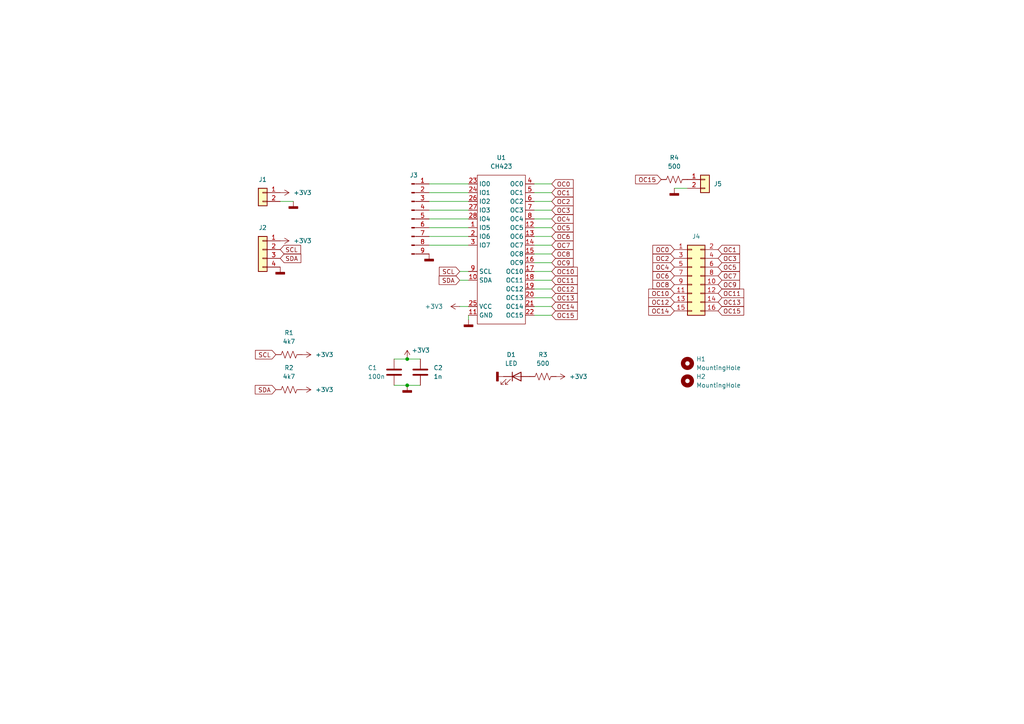
<source format=kicad_sch>
(kicad_sch (version 20211123) (generator eeschema)
  (paper "A4")
  (title_block (title "CH423_ev_board") (date "2022-01-18") (rev "1.0"))
  (lib_symbols
    (symbol "CH432_lib:CH423"
      (property "Reference" "U" (at 0 2.54 0))
      (property "Value" "CH423" (at 2.54 48.26 0))
      (symbol "CH423_0_1"
        (rectangle (start -5.08 46.99) (end 8.89 3.81))
      )
      (symbol "CH423_1_1"
        (pin bidirectional line (at -7.62 31.75 0) (length 2.54) (name "IO5") (number "1"))
        (pin bidirectional line (at -7.62 16.51 0) (length 2.54) (name "SDA") (number "10"))
        (pin power_in line (at -7.62 6.35 0) (length 2.54) (name "GND") (number "11"))
        (pin output line (at 11.43 31.75 180) (length 2.54) (name "OC5") (number "12"))
        (pin output line (at 11.43 29.21 180) (length 2.54) (name "OC6") (number "13"))
        (pin output line (at 11.43 26.67 180) (length 2.54) (name "OC7") (number "14"))
        (pin output line (at 11.43 24.13 180) (length 2.54) (name "OC8") (number "15"))
        (pin output line (at 11.43 21.59 180) (length 2.54) (name "OC9") (number "16"))
        (pin output line (at 11.43 19.05 180) (length 2.54) (name "OC10") (number "17"))
        (pin output line (at 11.43 16.51 180) (length 2.54) (name "OC11") (number "18"))
        (pin output line (at 11.43 13.97 180) (length 2.54) (name "OC12") (number "19"))
        (pin bidirectional line (at -7.62 29.21 0) (length 2.54) (name "IO6") (number "2"))
        (pin output line (at 11.43 11.43 180) (length 2.54) (name "OC13") (number "20"))
        (pin output line (at 11.43 8.89 180) (length 2.54) (name "OC14") (number "21"))
        (pin output line (at 11.43 6.35 180) (length 2.54) (name "OC15") (number "22"))
        (pin bidirectional line (at -7.62 44.45 0) (length 2.54) (name "IO0") (number "23"))
        (pin bidirectional line (at -7.62 41.91 0) (length 2.54) (name "IO1") (number "24"))
        (pin power_in line (at -7.62 8.89 0) (length 2.54) (name "VCC") (number "25"))
        (pin bidirectional line (at -7.62 39.37 0) (length 2.54) (name "IO2") (number "26"))
        (pin bidirectional line (at -7.62 36.83 0) (length 2.54) (name "IO3") (number "27"))
        (pin bidirectional line (at -7.62 34.29 0) (length 2.54) (name "IO4") (number "28"))
        (pin bidirectional line (at -7.62 26.67 0) (length 2.54) (name "IO7") (number "3"))
        (pin output line (at 11.43 44.45 180) (length 2.54) (name "OC0") (number "4"))
        (pin output line (at 11.43 41.91 180) (length 2.54) (name "OC1") (number "5"))
        (pin output line (at 11.43 39.37 180) (length 2.54) (name "OC2") (number "6"))
        (pin output line (at 11.43 36.83 180) (length 2.54) (name "OC3") (number "7"))
        (pin output line (at 11.43 34.29 180) (length 2.54) (name "OC4") (number "8"))
        (pin input line (at -7.62 19.05 0) (length 2.54) (name "SCL") (number "9"))
      )
    )
    (symbol "Connector:Conn_01x09_Male" (pin_names (offset 1.016) hide)
      (property "Reference" "J" (at 0 12.7 0))
      (property "Value" "Conn_01x09_Male" (at 0 -12.7 0))
      (symbol "Conn_01x09_Male_1_1"
        (polyline (pts (xy 1.27 -10.16) (xy 0.8636 -10.16)) (stroke (width 0.1524)))
        (polyline (pts (xy 1.27 -7.62) (xy 0.8636 -7.62)) (stroke (width 0.1524)))
        (polyline (pts (xy 1.27 -5.08) (xy 0.8636 -5.08)) (stroke (width 0.1524)))
        (polyline (pts (xy 1.27 -2.54) (xy 0.8636 -2.54)) (stroke (width 0.1524)))
        (polyline (pts (xy 1.27 0) (xy 0.8636 0)) (stroke (width 0.1524)))
        (polyline (pts (xy 1.27 2.54) (xy 0.8636 2.54)) (stroke (width 0.1524)))
        (polyline (pts (xy 1.27 5.08) (xy 0.8636 5.08)) (stroke (width 0.1524)))
        (polyline (pts (xy 1.27 7.62) (xy 0.8636 7.62)) (stroke (width 0.1524)))
        (polyline (pts (xy 1.27 10.16) (xy 0.8636 10.16)) (stroke (width 0.1524)))
        (rectangle (start 0.8636 -10.033) (end 0 -10.287) (stroke (width 0.1524)) (fill (type outline)))
        (rectangle (start 0.8636 -7.493) (end 0 -7.747) (stroke (width 0.1524)) (fill (type outline)))
        (rectangle (start 0.8636 -4.953) (end 0 -5.207) (stroke (width 0.1524)) (fill (type outline)))
        (rectangle (start 0.8636 -2.413) (end 0 -2.667) (stroke (width 0.1524)) (fill (type outline)))
        (rectangle (start 0.8636 0.127) (end 0 -0.127) (stroke (width 0.1524)) (fill (type outline)))
        (rectangle (start 0.8636 2.667) (end 0 2.413) (stroke (width 0.1524)) (fill (type outline)))
        (rectangle (start 0.8636 5.207) (end 0 4.953) (stroke (width 0.1524)) (fill (type outline)))
        (rectangle (start 0.8636 7.747) (end 0 7.493) (stroke (width 0.1524)) (fill (type outline)))
        (rectangle (start 0.8636 10.287) (end 0 10.033) (stroke (width 0.1524)) (fill (type outline)))
        (pin passive line (at 5.08 10.16 180) (length 3.81) (name "Pin_1") (number "1"))
        (pin passive line (at 5.08 7.62 180) (length 3.81) (name "Pin_2") (number "2"))
        (pin passive line (at 5.08 5.08 180) (length 3.81) (name "Pin_3") (number "3"))
        (pin passive line (at 5.08 2.54 180) (length 3.81) (name "Pin_4") (number "4"))
        (pin passive line (at 5.08 0 180) (length 3.81) (name "Pin_5") (number "5"))
        (pin passive line (at 5.08 -2.54 180) (length 3.81) (name "Pin_6") (number "6"))
        (pin passive line (at 5.08 -5.08 180) (length 3.81) (name "Pin_7") (number "7"))
        (pin passive line (at 5.08 -7.62 180) (length 3.81) (name "Pin_8") (number "8"))
        (pin passive line (at 5.08 -10.16 180) (length 3.81) (name "Pin_9") (number "9"))
      )
    )
    (symbol "Connector_Generic:Conn_01x02" (pin_names (offset 1.016) hide)
      (property "Reference" "J" (at 0 2.54 0))
      (property "Value" "Conn_01x02" (at 0 -5.08 0))
      (symbol "Conn_01x02_1_1"
        (rectangle (start -1.27 -2.413) (end 0 -2.667) (stroke (width 0.1524)))
        (rectangle (start -1.27 0.127) (end 0 -0.127) (stroke (width 0.1524)))
        (rectangle (start -1.27 1.27) (end 1.27 -3.81) (stroke (width 0.254)) (fill (type background)))
        (pin passive line (at -5.08 0 0) (length 3.81) (name "Pin_1") (number "1"))
        (pin passive line (at -5.08 -2.54 0) (length 3.81) (name "Pin_2") (number "2"))
      )
    )
    (symbol "Connector_Generic:Conn_01x04" (pin_names (offset 1.016) hide)
      (property "Reference" "J" (at 0 5.08 0))
      (property "Value" "Conn_01x04" (at 0 -7.62 0))
      (symbol "Conn_01x04_1_1"
        (rectangle (start -1.27 -4.953) (end 0 -5.207) (stroke (width 0.1524)))
        (rectangle (start -1.27 -2.413) (end 0 -2.667) (stroke (width 0.1524)))
        (rectangle (start -1.27 0.127) (end 0 -0.127) (stroke (width 0.1524)))
        (rectangle (start -1.27 2.667) (end 0 2.413) (stroke (width 0.1524)))
        (rectangle (start -1.27 3.81) (end 1.27 -6.35) (stroke (width 0.254)) (fill (type background)))
        (pin passive line (at -5.08 2.54 0) (length 3.81) (name "Pin_1") (number "1"))
        (pin passive line (at -5.08 0 0) (length 3.81) (name "Pin_2") (number "2"))
        (pin passive line (at -5.08 -2.54 0) (length 3.81) (name "Pin_3") (number "3"))
        (pin passive line (at -5.08 -5.08 0) (length 3.81) (name "Pin_4") (number "4"))
      )
    )
    (symbol "Connector_Generic:Conn_02x08_Odd_Even" (pin_names (offset 1.016) hide)
      (property "Reference" "J" (at 1.27 10.16 0))
      (property "Value" "Conn_02x08_Odd_Even" (at 1.27 -12.7 0))
      (symbol "Conn_02x08_Odd_Even_1_1"
        (rectangle (start -1.27 -10.033) (end 0 -10.287) (stroke (width 0.1524)))
        (rectangle (start -1.27 -7.493) (end 0 -7.747) (stroke (width 0.1524)))
        (rectangle (start -1.27 -4.953) (end 0 -5.207) (stroke (width 0.1524)))
        (rectangle (start -1.27 -2.413) (end 0 -2.667) (stroke (width 0.1524)))
        (rectangle (start -1.27 0.127) (end 0 -0.127) (stroke (width 0.1524)))
        (rectangle (start -1.27 2.667) (end 0 2.413) (stroke (width 0.1524)))
        (rectangle (start -1.27 5.207) (end 0 4.953) (stroke (width 0.1524)))
        (rectangle (start -1.27 7.747) (end 0 7.493) (stroke (width 0.1524)))
        (rectangle (start -1.27 8.89) (end 3.81 -11.43) (stroke (width 0.254)) (fill (type background)))
        (rectangle (start 3.81 -10.033) (end 2.54 -10.287) (stroke (width 0.1524)))
        (rectangle (start 3.81 -7.493) (end 2.54 -7.747) (stroke (width 0.1524)))
        (rectangle (start 3.81 -4.953) (end 2.54 -5.207) (stroke (width 0.1524)))
        (rectangle (start 3.81 -2.413) (end 2.54 -2.667) (stroke (width 0.1524)))
        (rectangle (start 3.81 0.127) (end 2.54 -0.127) (stroke (width 0.1524)))
        (rectangle (start 3.81 2.667) (end 2.54 2.413) (stroke (width 0.1524)))
        (rectangle (start 3.81 5.207) (end 2.54 4.953) (stroke (width 0.1524)))
        (rectangle (start 3.81 7.747) (end 2.54 7.493) (stroke (width 0.1524)))
        (pin passive line (at -5.08 7.62 0) (length 3.81) (name "Pin_1") (number "1"))
        (pin passive line (at 7.62 -2.54 180) (length 3.81) (name "Pin_10") (number "10"))
        (pin passive line (at -5.08 -5.08 0) (length 3.81) (name "Pin_11") (number "11"))
        (pin passive line (at 7.62 -5.08 180) (length 3.81) (name "Pin_12") (number "12"))
        (pin passive line (at -5.08 -7.62 0) (length 3.81) (name "Pin_13") (number "13"))
        (pin passive line (at 7.62 -7.62 180) (length 3.81) (name "Pin_14") (number "14"))
        (pin passive line (at -5.08 -10.16 0) (length 3.81) (name "Pin_15") (number "15"))
        (pin passive line (at 7.62 -10.16 180) (length 3.81) (name "Pin_16") (number "16"))
        (pin passive line (at 7.62 7.62 180) (length 3.81) (name "Pin_2") (number "2"))
        (pin passive line (at -5.08 5.08 0) (length 3.81) (name "Pin_3") (number "3"))
        (pin passive line (at 7.62 5.08 180) (length 3.81) (name "Pin_4") (number "4"))
        (pin passive line (at -5.08 2.54 0) (length 3.81) (name "Pin_5") (number "5"))
        (pin passive line (at 7.62 2.54 180) (length 3.81) (name "Pin_6") (number "6"))
        (pin passive line (at -5.08 0 0) (length 3.81) (name "Pin_7") (number "7"))
        (pin passive line (at 7.62 0 180) (length 3.81) (name "Pin_8") (number "8"))
        (pin passive line (at -5.08 -2.54 0) (length 3.81) (name "Pin_9") (number "9"))
      )
    )
    (symbol "Device:C" (pin_numbers hide) (pin_names (offset 0.254))
      (property "Reference" "C" (at 0.635 2.54 0))
      (property "Value" "C" (at 0.635 -2.54 0))
      (symbol "C_0_1"
        (polyline (pts (xy -2.032 -0.762) (xy 2.032 -0.762)) (stroke (width 0.508)))
        (polyline (pts (xy -2.032 0.762) (xy 2.032 0.762)) (stroke (width 0.508)))
      )
      (symbol "C_1_1"
        (pin passive line (at 0 3.81 270) (length 2.794) (name "~") (number "1"))
        (pin passive line (at 0 -3.81 90) (length 2.794) (name "~") (number "2"))
      )
    )
    (symbol "Device:LED" (pin_numbers hide) (pin_names (offset 1.016) hide)
      (property "Reference" "D" (at 0 2.54 0))
      (property "Value" "LED" (at 0 -2.54 0))
      (symbol "LED_0_1"
        (polyline (pts (xy -1.27 -1.27) (xy -1.27 1.27)) (stroke (width 0.254)))
        (polyline (pts (xy -1.27 0) (xy 1.27 0)))
        (polyline (pts (xy 1.27 -1.27) (xy 1.27 1.27) (xy -1.27 0) (xy 1.27 -1.27)) (stroke (width 0.254)))
        (polyline (pts (xy -3.048 -0.762) (xy -4.572 -2.286) (xy -3.81 -2.286) (xy -4.572 -2.286) (xy -4.572 -1.524)))
        (polyline (pts (xy -1.778 -0.762) (xy -3.302 -2.286) (xy -2.54 -2.286) (xy -3.302 -2.286) (xy -3.302 -1.524)))
      )
      (symbol "LED_1_1"
        (pin passive line (at -3.81 0 0) (length 2.54) (name "K") (number "1"))
        (pin passive line (at 3.81 0 180) (length 2.54) (name "A") (number "2"))
      )
    )
    (symbol "Device:R_US" (pin_numbers hide) (pin_names (offset 0))
      (property "Reference" "R" (at 2.54 0 90))
      (property "Value" "R_US" (at -2.54 0 90))
      (symbol "R_US_0_1"
        (polyline (pts (xy 0 -2.286) (xy 0 -2.54)))
        (polyline (pts (xy 0 2.286) (xy 0 2.54)))
        (polyline (pts (xy 0 -0.762) (xy 1.016 -1.143) (xy 0 -1.524) (xy -1.016 -1.905) (xy 0 -2.286)))
        (polyline (pts (xy 0 0.762) (xy 1.016 0.381) (xy 0 0) (xy -1.016 -0.381) (xy 0 -0.762)))
        (polyline (pts (xy 0 2.286) (xy 1.016 1.905) (xy 0 1.524) (xy -1.016 1.143) (xy 0 0.762)))
      )
      (symbol "R_US_1_1"
        (pin passive line (at 0 3.81 270) (length 1.27) (name "~") (number "1"))
        (pin passive line (at 0 -3.81 90) (length 1.27) (name "~") (number "2"))
      )
    )
    (symbol "Mechanical:MountingHole" (pin_names (offset 1.016))
      (property "Reference" "H" (at 0 5.08 0))
      (property "Value" "MountingHole" (at 0 3.175 0))
      (symbol "MountingHole_0_1"
        (circle (center 0 0) (radius 1.27) (stroke (width 1.27)))
      )
    )
    (symbol "power:+3.3V" (power) (pin_names (offset 0))
      (property "Value" "+3.3V" (at 0 3.556 0))
      (symbol "+3.3V_0_1"
        (polyline (pts (xy -0.762 1.27) (xy 0 2.54)))
        (polyline (pts (xy 0 0) (xy 0 2.54)))
        (polyline (pts (xy 0 2.54) (xy 0.762 1.27)))
      )
      (symbol "+3.3V_1_1"
        (pin power_in line (at 0 0 90) (length 0) hide (name "+3V3") (number "1"))
      )
    )
    (symbol "power:GNDD" (power) (pin_names (offset 0))
      (property "Value" "GNDD" (at 0 -3.175 0))
      (symbol "GNDD_0_1"
        (rectangle (start -1.27 -1.524) (end 1.27 -2.032) (stroke (width 0.254)) (fill (type outline)))
        (polyline (pts (xy 0 0) (xy 0 -1.524)))
      )
      (symbol "GNDD_1_1"
        (pin power_in line (at 0 0 270) (length 0) hide (name "GNDD") (number "1"))
      )
    )
  )
  (junction (at 118.11 111.76))
  (junction (at 118.11 104.14))
  (wire (pts (xy 160.02 91.44) (xy 154.94 91.44)))
  (wire (pts (xy 160.02 78.74) (xy 154.94 78.74)))
  (wire (pts (xy 133.35 81.28) (xy 135.89 81.28)))
  (wire (pts (xy 160.02 86.36) (xy 154.94 86.36)))
  (wire (pts (xy 135.89 91.44) (xy 135.89 92.71)))
  (wire (pts (xy 133.35 78.74) (xy 135.89 78.74)))
  (wire (pts (xy 160.02 71.12) (xy 154.94 71.12)))
  (wire (pts (xy 160.02 83.82) (xy 154.94 83.82)))
  (wire (pts (xy 81.28 58.42) (xy 85.09 58.42)))
  (wire (pts (xy 160.02 58.42) (xy 154.94 58.42)))
  (wire (pts (xy 160.02 68.58) (xy 154.94 68.58)))
  (wire (pts (xy 114.3 104.14) (xy 118.11 104.14)))
  (wire (pts (xy 124.46 58.42) (xy 135.89 58.42)))
  (wire (pts (xy 160.02 53.34) (xy 154.94 53.34)))
  (wire (pts (xy 160.02 73.66) (xy 154.94 73.66)))
  (wire (pts (xy 124.46 71.12) (xy 135.89 71.12)))
  (wire (pts (xy 160.02 88.9) (xy 154.94 88.9)))
  (wire (pts (xy 118.11 111.76) (xy 121.92 111.76)))
  (wire (pts (xy 124.46 68.58) (xy 135.89 68.58)))
  (wire (pts (xy 124.46 53.34) (xy 135.89 53.34)))
  (wire (pts (xy 133.35 88.9) (xy 135.89 88.9)))
  (wire (pts (xy 118.11 104.14) (xy 121.92 104.14)))
  (wire (pts (xy 124.46 55.88) (xy 135.89 55.88)))
  (wire (pts (xy 160.02 81.28) (xy 154.94 81.28)))
  (wire (pts (xy 124.46 60.96) (xy 135.89 60.96)))
  (wire (pts (xy 114.3 111.76) (xy 118.11 111.76)))
  (wire (pts (xy 199.39 54.61) (xy 195.58 54.61)))
  (wire (pts (xy 160.02 76.2) (xy 154.94 76.2)))
  (wire (pts (xy 124.46 66.04) (xy 135.89 66.04)))
  (wire (pts (xy 160.02 55.88) (xy 154.94 55.88)))
  (wire (pts (xy 124.46 63.5) (xy 135.89 63.5)))
  (wire (pts (xy 160.02 66.04) (xy 154.94 66.04)))
  (wire (pts (xy 160.02 60.96) (xy 154.94 60.96)))
  (wire (pts (xy 160.02 63.5) (xy 154.94 63.5)))
  (global_label "OC1" (shape input) (at 208.28 72.39 0) (property "Intersheet References" "${INTERSHEET_REFS}" (effects hide)))
  (global_label "SCL" (shape input) (at 133.35 78.74 180) (property "Intersheet References" "${INTERSHEET_REFS}" (effects hide)))
  (global_label "OC15" (shape input) (at 160.02 91.44 0) (property "Intersheet References" "${INTERSHEET_REFS}" (effects hide)))
  (global_label "OC6" (shape input) (at 160.02 68.58 0) (property "Intersheet References" "${INTERSHEET_REFS}" (effects hide)))
  (global_label "OC9" (shape input) (at 160.02 76.2 0) (property "Intersheet References" "${INTERSHEET_REFS}" (effects hide)))
  (global_label "OC15" (shape input) (at 191.77 52.07 180) (property "Intersheet References" "${INTERSHEET_REFS}" (effects hide)))
  (global_label "SCL" (shape input) (at 81.28 72.39 0) (property "Intersheet References" "${INTERSHEET_REFS}" (effects hide)))
  (global_label "OC0" (shape input) (at 160.02 53.34 0) (property "Intersheet References" "${INTERSHEET_REFS}" (effects hide)))
  (global_label "OC9" (shape input) (at 208.28 82.55 0) (property "Intersheet References" "${INTERSHEET_REFS}" (effects hide)))
  (global_label "OC4" (shape input) (at 160.02 63.5 0) (property "Intersheet References" "${INTERSHEET_REFS}" (effects hide)))
  (global_label "SDA" (shape input) (at 81.28 74.93 0) (property "Intersheet References" "${INTERSHEET_REFS}" (effects hide)))
  (global_label "OC12" (shape input) (at 160.02 83.82 0) (property "Intersheet References" "${INTERSHEET_REFS}" (effects hide)))
  (global_label "OC11" (shape input) (at 160.02 81.28 0) (property "Intersheet References" "${INTERSHEET_REFS}" (effects hide)))
  (global_label "OC13" (shape input) (at 160.02 86.36 0) (property "Intersheet References" "${INTERSHEET_REFS}" (effects hide)))
  (global_label "OC4" (shape input) (at 195.58 77.47 180) (property "Intersheet References" "${INTERSHEET_REFS}" (effects hide)))
  (global_label "SDA" (shape input) (at 80.01 113.03 180) (property "Intersheet References" "${INTERSHEET_REFS}" (effects hide)))
  (global_label "OC15" (shape input) (at 208.28 90.17 0) (property "Intersheet References" "${INTERSHEET_REFS}" (effects hide)))
  (global_label "OC14" (shape input) (at 160.02 88.9 0) (property "Intersheet References" "${INTERSHEET_REFS}" (effects hide)))
  (global_label "OC6" (shape input) (at 195.58 80.01 180) (property "Intersheet References" "${INTERSHEET_REFS}" (effects hide)))
  (global_label "OC12" (shape input) (at 195.58 87.63 180) (property "Intersheet References" "${INTERSHEET_REFS}" (effects hide)))
  (global_label "OC2" (shape input) (at 195.58 74.93 180) (property "Intersheet References" "${INTERSHEET_REFS}" (effects hide)))
  (global_label "OC3" (shape input) (at 160.02 60.96 0) (property "Intersheet References" "${INTERSHEET_REFS}" (effects hide)))
  (global_label "OC13" (shape input) (at 208.28 87.63 0) (property "Intersheet References" "${INTERSHEET_REFS}" (effects hide)))
  (global_label "OC3" (shape input) (at 208.28 74.93 0) (property "Intersheet References" "${INTERSHEET_REFS}" (effects hide)))
  (global_label "OC2" (shape input) (at 160.02 58.42 0) (property "Intersheet References" "${INTERSHEET_REFS}" (effects hide)))
  (global_label "OC10" (shape input) (at 160.02 78.74 0) (property "Intersheet References" "${INTERSHEET_REFS}" (effects hide)))
  (global_label "OC7" (shape input) (at 160.02 71.12 0) (property "Intersheet References" "${INTERSHEET_REFS}" (effects hide)))
  (global_label "OC11" (shape input) (at 208.28 85.09 0) (property "Intersheet References" "${INTERSHEET_REFS}" (effects hide)))
  (global_label "OC5" (shape input) (at 160.02 66.04 0) (property "Intersheet References" "${INTERSHEET_REFS}" (effects hide)))
  (global_label "OC0" (shape input) (at 195.58 72.39 180) (property "Intersheet References" "${INTERSHEET_REFS}" (effects hide)))
  (global_label "OC1" (shape input) (at 160.02 55.88 0) (property "Intersheet References" "${INTERSHEET_REFS}" (effects hide)))
  (global_label "OC7" (shape input) (at 208.28 80.01 0) (property "Intersheet References" "${INTERSHEET_REFS}" (effects hide)))
  (global_label "OC5" (shape input) (at 208.28 77.47 0) (property "Intersheet References" "${INTERSHEET_REFS}" (effects hide)))
  (global_label "OC8" (shape input) (at 160.02 73.66 0) (property "Intersheet References" "${INTERSHEET_REFS}" (effects hide)))
  (global_label "OC14" (shape input) (at 195.58 90.17 180) (property "Intersheet References" "${INTERSHEET_REFS}" (effects hide)))
  (global_label "SCL" (shape input) (at 80.01 102.87 180) (property "Intersheet References" "${INTERSHEET_REFS}" (effects hide)))
  (global_label "OC10" (shape input) (at 195.58 85.09 180) (property "Intersheet References" "${INTERSHEET_REFS}" (effects hide)))
  (global_label "SDA" (shape input) (at 133.35 81.28 180) (property "Intersheet References" "${INTERSHEET_REFS}" (effects hide)))
  (global_label "OC8" (shape input) (at 195.58 82.55 180) (property "Intersheet References" "${INTERSHEET_REFS}" (effects hide)))
  (symbol (lib_id "power:GNDD") (at 195.58 54.61 0) (mirror y) (unit 1)
    (property "Reference" "#PWR0114" (effects hide))
    (property "Value" "GNDD" (effects hide))
  )
  (symbol (lib_id "power:GNDD") (at 124.46 73.66 0) (unit 1)
    (property "Reference" "#PWR0113" (effects hide))
    (property "Value" "GNDD" (effects hide))
  )
  (symbol (lib_id "power:+3.3V") (at 118.11 104.14 0) (unit 1)
    (property "Reference" "#PWR0111" (effects hide))
    (property "Value" "+3.3V" (at 119.38 101.6 0) (effects (justify left)))
  )
  (symbol (lib_id "Connector_Generic:Conn_01x04") (at 76.2 72.39 0) (mirror y) (unit 1)
    (property "Reference" "J2" (at 76.2 66.04 0))
    (property "Value" "Conn_01x04" (effects hide))
    (property "Footprint" "Connector_PinHeader_2.54mm:PinHeader_1x04_P2.54mm_Vertical" (effects hide))
  )
  (symbol (lib_id "Mechanical:MountingHole") (at 199.39 110.49 0) (unit 1)
    (property "Reference" "H2" (at 201.93 109.2199 0) (effects (justify left)))
    (property "Value" "MountingHole" (at 201.93 111.7599 0) (effects (justify left)))
    (property "Footprint" "MountingHole:MountingHole_2.5mm" (effects hide))
  )
  (symbol (lib_id "power:GNDD") (at 135.89 92.71 0) (unit 1)
    (property "Reference" "#PWR0104" (effects hide))
    (property "Value" "GNDD" (effects hide))
  )
  (symbol (lib_id "power:+3.3V") (at 133.35 88.9 90) (unit 1)
    (property "Reference" "#PWR0103" (effects hide))
    (property "Value" "+3.3V" (at 123.19 88.9 90) (effects (justify right)))
  )
  (symbol (lib_id "Device:R_US") (at 83.82 102.87 90) (unit 1)
    (property "Reference" "R1" (at 83.82 96.52 90))
    (property "Value" "4k7" (at 83.82 99.06 90))
    (property "Footprint" "Resistor_SMD:R_0402_1005Metric" (effects hide))
  )
  (symbol (lib_id "power:GNDD") (at 85.09 58.42 0) (unit 1)
    (property "Reference" "#PWR0106" (effects hide))
    (property "Value" "GNDD" (effects hide))
  )
  (symbol (lib_id "Device:LED") (at 149.86 109.22 0) (unit 1)
    (property "Reference" "D1" (at 148.2725 102.87 0))
    (property "Value" "LED" (at 148.2725 105.41 0))
    (property "Footprint" "LED_SMD:LED_0603_1608Metric" (effects hide))
  )
  (symbol (lib_id "power:GNDD") (at 146.05 109.22 270) (unit 1)
    (property "Reference" "#PWR0102" (effects hide))
    (property "Value" "GNDD" (effects hide))
  )
  (symbol (lib_id "Device:R_US") (at 157.48 109.22 90) (unit 1)
    (property "Reference" "R3" (at 157.48 102.87 90))
    (property "Value" "500" (at 157.48 105.41 90))
    (property "Footprint" "Resistor_SMD:R_0402_1005Metric" (effects hide))
  )
  (symbol (lib_id "Device:C") (at 114.3 107.95 0) (unit 1)
    (property "Reference" "C1" (at 106.68 106.68 0) (effects (justify left)))
    (property "Value" "100n" (at 106.68 109.22 0) (effects (justify left)))
    (property "Footprint" "Capacitor_SMD:C_0402_1005Metric" (effects hide))
  )
  (symbol (lib_id "Device:R_US") (at 83.82 113.03 90) (unit 1)
    (property "Reference" "R2" (at 83.82 106.68 90))
    (property "Value" "4k7" (at 83.82 109.22 90))
    (property "Footprint" "Resistor_SMD:R_0402_1005Metric" (effects hide))
  )
  (symbol (lib_id "Device:C") (at 121.92 107.95 0) (unit 1)
    (property "Reference" "C2" (at 125.73 106.6799 0) (effects (justify left)))
    (property "Value" "1n" (at 125.73 109.2199 0) (effects (justify left)))
    (property "Footprint" "Capacitor_SMD:C_0402_1005Metric" (effects hide))
  )
  (symbol (lib_id "power:GNDD") (at 81.28 77.47 0) (unit 1)
    (property "Reference" "#PWR0108" (effects hide))
    (property "Value" "GNDD" (effects hide))
  )
  (symbol (lib_id "power:+3.3V") (at 87.63 102.87 270) (unit 1)
    (property "Reference" "#PWR0109" (effects hide))
    (property "Value" "+3.3V" (at 91.44 102.8699 90) (effects (justify left)))
  )
  (symbol (lib_id "Connector_Generic:Conn_02x08_Odd_Even") (at 200.66 80.01 0) (unit 1)
    (property "Reference" "J4" (at 201.93 68.58 0))
    (property "Value" "Conn_02x08_Odd_Even" (effects hide))
    (property "Footprint" "Connector_IDC:IDC-Header_2x08_P2.54mm_Vertical" (effects hide))
  )
  (symbol (lib_id "Device:R_US") (at 195.58 52.07 90) (unit 1)
    (property "Reference" "R4" (at 195.58 45.72 90))
    (property "Value" "500" (at 195.58 48.26 90))
    (property "Footprint" "Resistor_SMD:R_0402_1005Metric" (effects hide))
  )
  (symbol (lib_id "power:+3.3V") (at 87.63 113.03 270) (unit 1)
    (property "Reference" "#PWR0110" (effects hide))
    (property "Value" "+3.3V" (at 91.44 113.0299 90) (effects (justify left)))
  )
  (symbol (lib_id "power:GNDD") (at 118.11 111.76 0) (unit 1)
    (property "Reference" "#PWR0112" (effects hide))
    (property "Value" "GNDD" (effects hide))
  )
  (symbol (lib_id "power:+3.3V") (at 161.29 109.22 270) (unit 1)
    (property "Reference" "#PWR0101" (effects hide))
    (property "Value" "+3.3V" (at 165.1 109.2199 90) (effects (justify left)))
  )
  (symbol (lib_id "Connector_Generic:Conn_01x02") (at 76.2 55.88 0) (mirror y) (unit 1)
    (property "Reference" "J1" (at 76.2 52.07 0))
    (property "Value" "Conn_01x02" (effects hide))
    (property "Footprint" "Connector_PinHeader_2.54mm:PinHeader_1x02_P2.54mm_Vertical" (effects hide))
  )
  (symbol (lib_id "CH432_lib:CH423") (at 143.51 97.79 0) (unit 1)
    (property "Reference" "U1" (at 145.415 45.72 0))
    (property "Value" "CH423" (at 145.415 48.26 0))
    (property "Footprint" "Package_SO:SOIC-28W_7.5x17.9mm_P1.27mm" (effects hide))
  )
  (symbol (lib_id "Connector:Conn_01x09_Male") (at 119.38 63.5 0) (unit 1)
    (property "Reference" "J3" (at 120.015 50.8 0))
    (property "Value" "Conn_01x09_Male" (effects hide))
    (property "Footprint" "Connector_PinHeader_2.54mm:PinHeader_1x09_P2.54mm_Vertical" (effects hide))
  )
  (symbol (lib_id "power:+3.3V") (at 81.28 55.88 270) (unit 1)
    (property "Reference" "#PWR0105" (effects hide))
    (property "Value" "+3.3V" (at 85.09 55.8799 90) (effects (justify left)))
  )
  (symbol (lib_id "Connector_Generic:Conn_01x02") (at 204.47 52.07 0) (unit 1)
    (property "Reference" "J5" (at 207.01 53.3399 0) (effects (justify left)))
    (property "Value" "Conn_01x02" (effects hide))
    (property "Footprint" "Connector_PinHeader_2.54mm:PinHeader_1x02_P2.54mm_Vertical" (effects hide))
  )
  (symbol (lib_id "Mechanical:MountingHole") (at 199.39 105.41 0) (unit 1)
    (property "Reference" "H1" (at 201.93 104.1399 0) (effects (justify left)))
    (property "Value" "MountingHole" (at 201.93 106.6799 0) (effects (justify left)))
    (property "Footprint" "MountingHole:MountingHole_2.5mm" (effects hide))
  )
  (symbol (lib_id "power:+3.3V") (at 81.28 69.85 270) (unit 1)
    (property "Reference" "#PWR0107" (effects hide))
    (property "Value" "+3.3V" (at 85.09 69.8499 90) (effects (justify left)))
  )
)
</source>
